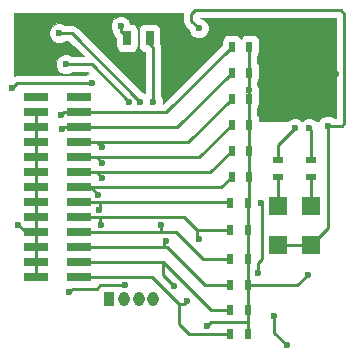
<source format=gbl>
G04 #@! TF.FileFunction,Copper,L2,Bot,Signal*
%FSLAX46Y46*%
G04 Gerber Fmt 4.6, Leading zero omitted, Abs format (unit mm)*
G04 Created by KiCad (PCBNEW 4.0.6) date 04/13/18 15:28:38*
%MOMM*%
%LPD*%
G01*
G04 APERTURE LIST*
%ADD10C,0.100000*%
%ADD11R,2.100000X0.750000*%
%ADD12R,0.500000X0.900000*%
%ADD13R,0.900000X0.500000*%
%ADD14R,1.500000X1.500000*%
%ADD15R,0.950000X1.250000*%
%ADD16O,0.950000X1.250000*%
%ADD17R,0.700000X1.300000*%
%ADD18C,0.600000*%
%ADD19C,0.250000*%
G04 APERTURE END LIST*
D10*
D11*
X168100000Y-124020000D03*
X164500000Y-124020000D03*
X168100000Y-122750000D03*
X164500000Y-122750000D03*
X168100000Y-121480000D03*
X164500000Y-121480000D03*
X168100000Y-120210000D03*
X164500000Y-120210000D03*
X168100000Y-118940000D03*
X164500000Y-118940000D03*
X168100000Y-117670000D03*
X164500000Y-117670000D03*
X168100000Y-116400000D03*
X164500000Y-116400000D03*
X168100000Y-115130000D03*
X164500000Y-115130000D03*
X168100000Y-113860000D03*
X164500000Y-113860000D03*
X168100000Y-112590000D03*
X164500000Y-112590000D03*
X168100000Y-111320000D03*
X164500000Y-111320000D03*
X168100000Y-110050000D03*
X164500000Y-110050000D03*
X168100000Y-108780000D03*
X164500000Y-108780000D03*
D12*
X182450000Y-128800000D03*
X180950000Y-128800000D03*
X182450000Y-126800000D03*
X180950000Y-126800000D03*
X182450000Y-124700000D03*
X180950000Y-124700000D03*
X182450000Y-122500000D03*
X180950000Y-122500000D03*
X182450000Y-120000000D03*
X180950000Y-120000000D03*
X182450000Y-117700000D03*
X180950000Y-117700000D03*
X182550000Y-115500000D03*
X181050000Y-115500000D03*
X182550000Y-113300000D03*
X181050000Y-113300000D03*
X182550000Y-111100000D03*
X181050000Y-111100000D03*
X182550000Y-108900000D03*
X181050000Y-108900000D03*
X182550000Y-106700000D03*
X181050000Y-106700000D03*
X182550000Y-104500000D03*
X181050000Y-104500000D03*
D13*
X187800000Y-114050000D03*
X187800000Y-115550000D03*
X185000000Y-114050000D03*
X185000000Y-115550000D03*
D14*
X187800000Y-121250000D03*
X187800000Y-117950000D03*
X185000000Y-121250000D03*
X185000000Y-117950000D03*
D15*
X170675000Y-125900000D03*
D16*
X171925000Y-125900000D03*
X173175000Y-125900000D03*
X174425000Y-125900000D03*
D17*
X172200000Y-103750000D03*
X174100000Y-103750000D03*
D18*
X178250000Y-102950000D03*
X189200000Y-111200000D03*
X182475000Y-108175000D03*
X178975000Y-128125000D03*
X187500000Y-123800000D03*
X185725000Y-129750000D03*
X184675000Y-127325000D03*
X171650000Y-102750000D03*
X169200000Y-107575000D03*
X162450000Y-107975000D03*
X177300000Y-126050000D03*
X176200000Y-124750000D03*
X175450000Y-120975000D03*
X175050000Y-119575000D03*
X178300000Y-120800000D03*
X169975000Y-119575000D03*
X169850000Y-118300000D03*
X169725000Y-117025000D03*
X170100000Y-115575000D03*
X170100000Y-114350000D03*
X170100000Y-113025000D03*
X166725000Y-111425000D03*
X166575000Y-110300000D03*
X163000000Y-119600000D03*
X167000000Y-106000000D03*
X172375000Y-109175000D03*
X166450000Y-103350000D03*
X173325000Y-109175000D03*
X183300000Y-123650000D03*
X183500000Y-117700000D03*
X174425000Y-109175000D03*
X172050000Y-124700000D03*
X167275000Y-125275000D03*
X186400000Y-111400000D03*
X187600000Y-111400000D03*
X189850000Y-106850000D03*
X183800000Y-106900000D03*
X183775000Y-103900000D03*
X185125000Y-106125000D03*
X184375000Y-106125000D03*
X184375000Y-107475000D03*
X189475000Y-107475000D03*
X189475000Y-106125000D03*
X188750000Y-106150000D03*
X187900000Y-107475000D03*
X188675000Y-107475000D03*
X185125000Y-107475000D03*
X186075000Y-107425000D03*
X186100000Y-106125000D03*
X187875000Y-106150000D03*
D19*
X189200000Y-111200000D02*
X190400000Y-111200000D01*
X177600000Y-102300000D02*
X178250000Y-102950000D01*
X177600000Y-101750000D02*
X177600000Y-102300000D01*
X177950000Y-101400000D02*
X177600000Y-101750000D01*
X190300000Y-101400000D02*
X177950000Y-101400000D01*
X190600000Y-101700000D02*
X190300000Y-101400000D01*
X190600000Y-111000000D02*
X190600000Y-101700000D01*
X190400000Y-111200000D02*
X190600000Y-111000000D01*
X189200000Y-111200000D02*
X189200000Y-119850000D01*
X189200000Y-119850000D02*
X187800000Y-121250000D01*
X185000000Y-121250000D02*
X187800000Y-121250000D01*
X182550000Y-108250000D02*
X182550000Y-108900000D01*
X182475000Y-108175000D02*
X182550000Y-108250000D01*
X182550000Y-106700000D02*
X182550000Y-104500000D01*
X182550000Y-108900000D02*
X182550000Y-106700000D01*
X179275000Y-127825000D02*
X182450000Y-127825000D01*
X178975000Y-128125000D02*
X179275000Y-127825000D01*
X182550000Y-108900000D02*
X182550000Y-108850000D01*
X182550000Y-108900000D02*
X182550000Y-111100000D01*
X182450000Y-120000000D02*
X182450000Y-117700000D01*
X182450000Y-117700000D02*
X182550000Y-117600000D01*
X182550000Y-117600000D02*
X182550000Y-115500000D01*
X186600000Y-124700000D02*
X187500000Y-123800000D01*
X182450000Y-124700000D02*
X186600000Y-124700000D01*
X182550000Y-111100000D02*
X182550000Y-113300000D01*
X182550000Y-113300000D02*
X182550000Y-115500000D01*
X182550000Y-115500000D02*
X182450000Y-115600000D01*
X182450000Y-120000000D02*
X182450000Y-122500000D01*
X182450000Y-122500000D02*
X182450000Y-124700000D01*
X182450000Y-124700000D02*
X182450000Y-126800000D01*
X182450000Y-126800000D02*
X182450000Y-127825000D01*
X182450000Y-127825000D02*
X182450000Y-128800000D01*
X185725000Y-129750000D02*
X184675000Y-128700000D01*
X184675000Y-128700000D02*
X184675000Y-127325000D01*
X171650000Y-102750000D02*
X171650000Y-103200000D01*
X171650000Y-103200000D02*
X172200000Y-103750000D01*
X162850000Y-107575000D02*
X169200000Y-107575000D01*
X162450000Y-107975000D02*
X162850000Y-107575000D01*
X177050000Y-126300000D02*
X176600000Y-126300000D01*
X177300000Y-126050000D02*
X177050000Y-126300000D01*
X168100000Y-124020000D02*
X174320000Y-124020000D01*
X177400000Y-128800000D02*
X180950000Y-128800000D01*
X176600000Y-128000000D02*
X177400000Y-128800000D01*
X176600000Y-126300000D02*
X176600000Y-128000000D01*
X174320000Y-124020000D02*
X176600000Y-126300000D01*
X175250000Y-123800000D02*
X175250000Y-122750000D01*
X176200000Y-124750000D02*
X175250000Y-123800000D01*
X168100000Y-122750000D02*
X175250000Y-122750000D01*
X179300000Y-126800000D02*
X180950000Y-126800000D01*
X175250000Y-122750000D02*
X179300000Y-126800000D01*
X175325000Y-121100000D02*
X175325000Y-121450000D01*
X175450000Y-120975000D02*
X175325000Y-121100000D01*
X168130000Y-121450000D02*
X174500000Y-121450000D01*
X174500000Y-121450000D02*
X175325000Y-121450000D01*
X175325000Y-121450000D02*
X175550000Y-121450000D01*
X175550000Y-121450000D02*
X178800000Y-124700000D01*
X178800000Y-124700000D02*
X180950000Y-124700000D01*
X168130000Y-121450000D02*
X168100000Y-121480000D01*
X175050000Y-119575000D02*
X175050000Y-120210000D01*
X175050000Y-120210000D02*
X175050000Y-120200000D01*
X175050000Y-120200000D02*
X175050000Y-120210000D01*
X168100000Y-120210000D02*
X175050000Y-120210000D01*
X175050000Y-120210000D02*
X176310000Y-120210000D01*
X176310000Y-120210000D02*
X178600000Y-122500000D01*
X178600000Y-122500000D02*
X180950000Y-122500000D01*
X178100000Y-120600000D02*
X178100000Y-120000000D01*
X178300000Y-120800000D02*
X178100000Y-120600000D01*
X169900000Y-119500000D02*
X169900000Y-118940000D01*
X169975000Y-119575000D02*
X169900000Y-119500000D01*
X168100000Y-118940000D02*
X169900000Y-118940000D01*
X169900000Y-118940000D02*
X177040000Y-118940000D01*
X177040000Y-118940000D02*
X178100000Y-120000000D01*
X178100000Y-120000000D02*
X180950000Y-120000000D01*
X169900000Y-118250000D02*
X169900000Y-117670000D01*
X169850000Y-118300000D02*
X169900000Y-118250000D01*
X168100000Y-117670000D02*
X169900000Y-117670000D01*
X169900000Y-117670000D02*
X180920000Y-117670000D01*
X180920000Y-117670000D02*
X180950000Y-117700000D01*
X169725000Y-117025000D02*
X169100000Y-116400000D01*
X169100000Y-116400000D02*
X168100000Y-116400000D01*
X168100000Y-116400000D02*
X180150000Y-116400000D01*
X180150000Y-116400000D02*
X181050000Y-115500000D01*
X169655000Y-115130000D02*
X168100000Y-115130000D01*
X170100000Y-115575000D02*
X169655000Y-115130000D01*
X168100000Y-115130000D02*
X179220000Y-115130000D01*
X179220000Y-115130000D02*
X181050000Y-113300000D01*
X169610000Y-113860000D02*
X168100000Y-113860000D01*
X170100000Y-114350000D02*
X169610000Y-113860000D01*
X168100000Y-113860000D02*
X178290000Y-113860000D01*
X178290000Y-113860000D02*
X181050000Y-111100000D01*
X169665000Y-112590000D02*
X168100000Y-112590000D01*
X170100000Y-113025000D02*
X169665000Y-112590000D01*
X168100000Y-112590000D02*
X177360000Y-112590000D01*
X177360000Y-112590000D02*
X181050000Y-108900000D01*
X166830000Y-111320000D02*
X168100000Y-111320000D01*
X166725000Y-111425000D02*
X166830000Y-111320000D01*
X168100000Y-111320000D02*
X176430000Y-111320000D01*
X176430000Y-111320000D02*
X181050000Y-106700000D01*
X166825000Y-110050000D02*
X168100000Y-110050000D01*
X166575000Y-110300000D02*
X166825000Y-110050000D01*
X168100000Y-110050000D02*
X175500000Y-110050000D01*
X175500000Y-110050000D02*
X181050000Y-104500000D01*
X164500000Y-121480000D02*
X164500000Y-120210000D01*
X164500000Y-120210000D02*
X164500000Y-118940000D01*
X164500000Y-118940000D02*
X164500000Y-117670000D01*
X164500000Y-117670000D02*
X164500000Y-116400000D01*
X164500000Y-116400000D02*
X164500000Y-115130000D01*
X164500000Y-115130000D02*
X164500000Y-113860000D01*
X164500000Y-113860000D02*
X164500000Y-112590000D01*
X164500000Y-112590000D02*
X164500000Y-111320000D01*
X164500000Y-111320000D02*
X164500000Y-110050000D01*
X164500000Y-122750000D02*
X164500000Y-121480000D01*
X164500000Y-124020000D02*
X164500000Y-122750000D01*
X163000000Y-119600000D02*
X163610000Y-120210000D01*
X163610000Y-120210000D02*
X164500000Y-120210000D01*
X169200000Y-106000000D02*
X167000000Y-106000000D01*
X172375000Y-109175000D02*
X169200000Y-106000000D01*
X167500000Y-103350000D02*
X166450000Y-103350000D01*
X173325000Y-109175000D02*
X167500000Y-103350000D01*
X183300000Y-122800000D02*
X183300000Y-123650000D01*
X183600000Y-122500000D02*
X183300000Y-122800000D01*
X183600000Y-117800000D02*
X183600000Y-122500000D01*
X183500000Y-117700000D02*
X183600000Y-117800000D01*
X174100000Y-103750000D02*
X174100000Y-104275000D01*
X174100000Y-104275000D02*
X174425000Y-104600000D01*
X174425000Y-104600000D02*
X174425000Y-109175000D01*
X174500000Y-109100000D02*
X174425000Y-109175000D01*
X169900000Y-124700000D02*
X172050000Y-124700000D01*
X169625000Y-124975000D02*
X169900000Y-124700000D01*
X167575000Y-124975000D02*
X169625000Y-124975000D01*
X167275000Y-125275000D02*
X167575000Y-124975000D01*
X185000000Y-112800000D02*
X185000000Y-114050000D01*
X186400000Y-111400000D02*
X185000000Y-112800000D01*
X187800000Y-111600000D02*
X187800000Y-114050000D01*
X187600000Y-111400000D02*
X187800000Y-111600000D01*
X187800000Y-115550000D02*
X187800000Y-117950000D01*
X185000000Y-115550000D02*
X185000000Y-117950000D01*
X184375000Y-106125000D02*
X183950000Y-106125000D01*
X183850000Y-106850000D02*
X189850000Y-106850000D01*
X183800000Y-106900000D02*
X183850000Y-106850000D01*
X183775000Y-105950000D02*
X183775000Y-103900000D01*
X183950000Y-106125000D02*
X183775000Y-105950000D01*
X185125000Y-106125000D02*
X184375000Y-106125000D01*
X184375000Y-106125000D02*
X184375000Y-107475000D01*
X189475000Y-107475000D02*
X189475000Y-106125000D01*
X187875000Y-106150000D02*
X188750000Y-106150000D01*
X187900000Y-107475000D02*
X188675000Y-107475000D01*
X186075000Y-107425000D02*
X187850000Y-107425000D01*
X187850000Y-107425000D02*
X187900000Y-107475000D01*
X185175000Y-107425000D02*
X186075000Y-107425000D01*
X185125000Y-107475000D02*
X185175000Y-107425000D01*
X186125000Y-106150000D02*
X187875000Y-106150000D01*
X186125000Y-106150000D02*
X186100000Y-106125000D01*
D10*
G36*
X176925000Y-101750000D02*
X176925000Y-102300000D01*
X176976381Y-102558312D01*
X177122703Y-102777297D01*
X177399909Y-103054503D01*
X177399853Y-103118334D01*
X177528985Y-103430857D01*
X177767885Y-103670174D01*
X178080183Y-103799852D01*
X178418334Y-103800147D01*
X178730857Y-103671015D01*
X178970174Y-103432115D01*
X179099852Y-103119817D01*
X179100147Y-102781666D01*
X178971015Y-102469143D01*
X178732115Y-102229826D01*
X178419817Y-102100148D01*
X178354685Y-102100091D01*
X178329594Y-102075000D01*
X189925000Y-102075000D01*
X189925000Y-110525000D01*
X189727210Y-110525000D01*
X189682115Y-110479826D01*
X189369817Y-110350148D01*
X189031666Y-110349853D01*
X188719143Y-110478985D01*
X188479826Y-110717885D01*
X188466491Y-110750000D01*
X188152167Y-110750000D01*
X188082115Y-110679826D01*
X187769817Y-110550148D01*
X187431666Y-110549853D01*
X187119143Y-110678985D01*
X187048004Y-110750000D01*
X186952167Y-110750000D01*
X186882115Y-110679826D01*
X186569817Y-110550148D01*
X186231666Y-110549853D01*
X185919143Y-110678985D01*
X185848004Y-110750000D01*
X183360775Y-110750000D01*
X183360775Y-110650000D01*
X183322424Y-110446182D01*
X183225000Y-110294781D01*
X183225000Y-109702225D01*
X183316594Y-109568173D01*
X183360775Y-109350000D01*
X183360775Y-108450000D01*
X183324926Y-108259481D01*
X183325147Y-108006666D01*
X183225000Y-107764292D01*
X183225000Y-107502225D01*
X183316594Y-107368173D01*
X183360775Y-107150000D01*
X183360775Y-106250000D01*
X183322424Y-106046182D01*
X183225000Y-105894781D01*
X183225000Y-105302225D01*
X183316594Y-105168173D01*
X183360775Y-104950000D01*
X183360775Y-104050000D01*
X183322424Y-103846182D01*
X183201968Y-103658988D01*
X183018173Y-103533406D01*
X182800000Y-103489225D01*
X182300000Y-103489225D01*
X182096182Y-103527576D01*
X181908988Y-103648032D01*
X181798743Y-103809381D01*
X181701968Y-103658988D01*
X181518173Y-103533406D01*
X181300000Y-103489225D01*
X180800000Y-103489225D01*
X180596182Y-103527576D01*
X180408988Y-103648032D01*
X180283406Y-103831827D01*
X180239225Y-104050000D01*
X180239225Y-104356181D01*
X175274873Y-109320533D01*
X175275147Y-109006666D01*
X175146015Y-108694143D01*
X175100000Y-108648048D01*
X175100000Y-104600000D01*
X175048619Y-104341689D01*
X175010775Y-104285052D01*
X175010775Y-103100000D01*
X174972424Y-102896182D01*
X174851968Y-102708988D01*
X174668173Y-102583406D01*
X174450000Y-102539225D01*
X173750000Y-102539225D01*
X173546182Y-102577576D01*
X173358988Y-102698032D01*
X173233406Y-102881827D01*
X173189225Y-103100000D01*
X173189225Y-104400000D01*
X173227576Y-104603818D01*
X173348032Y-104791012D01*
X173531827Y-104916594D01*
X173750000Y-104960775D01*
X173750000Y-108431110D01*
X173494817Y-108325148D01*
X173429685Y-108325091D01*
X168022928Y-102918334D01*
X170799853Y-102918334D01*
X170928985Y-103230857D01*
X170994116Y-103296101D01*
X171026381Y-103458312D01*
X171172703Y-103677297D01*
X171289225Y-103793819D01*
X171289225Y-104400000D01*
X171327576Y-104603818D01*
X171448032Y-104791012D01*
X171631827Y-104916594D01*
X171850000Y-104960775D01*
X172550000Y-104960775D01*
X172753818Y-104922424D01*
X172941012Y-104801968D01*
X173066594Y-104618173D01*
X173110775Y-104400000D01*
X173110775Y-103100000D01*
X173072424Y-102896182D01*
X172951968Y-102708988D01*
X172768173Y-102583406D01*
X172550000Y-102539225D01*
X172482611Y-102539225D01*
X172371015Y-102269143D01*
X172132115Y-102029826D01*
X171819817Y-101900148D01*
X171481666Y-101899853D01*
X171169143Y-102028985D01*
X170929826Y-102267885D01*
X170800148Y-102580183D01*
X170799853Y-102918334D01*
X168022928Y-102918334D01*
X167977297Y-102872703D01*
X167758312Y-102726381D01*
X167500000Y-102675000D01*
X166977210Y-102675000D01*
X166932115Y-102629826D01*
X166619817Y-102500148D01*
X166281666Y-102499853D01*
X165969143Y-102628985D01*
X165729826Y-102867885D01*
X165600148Y-103180183D01*
X165599853Y-103518334D01*
X165728985Y-103830857D01*
X165967885Y-104070174D01*
X166280183Y-104199852D01*
X166618334Y-104200147D01*
X166930857Y-104071015D01*
X166976952Y-104025000D01*
X167220406Y-104025000D01*
X168520406Y-105325000D01*
X167527210Y-105325000D01*
X167482115Y-105279826D01*
X167169817Y-105150148D01*
X166831666Y-105149853D01*
X166519143Y-105278985D01*
X166279826Y-105517885D01*
X166150148Y-105830183D01*
X166149853Y-106168334D01*
X166278985Y-106480857D01*
X166517885Y-106720174D01*
X166830183Y-106849852D01*
X167168334Y-106850147D01*
X167480857Y-106721015D01*
X167526952Y-106675000D01*
X168920406Y-106675000D01*
X168988213Y-106742807D01*
X168719143Y-106853985D01*
X168673048Y-106900000D01*
X162850000Y-106900000D01*
X162625000Y-106944755D01*
X162625000Y-101625000D01*
X176949864Y-101625000D01*
X176925000Y-101750000D01*
X176925000Y-101750000D01*
G37*
X176925000Y-101750000D02*
X176925000Y-102300000D01*
X176976381Y-102558312D01*
X177122703Y-102777297D01*
X177399909Y-103054503D01*
X177399853Y-103118334D01*
X177528985Y-103430857D01*
X177767885Y-103670174D01*
X178080183Y-103799852D01*
X178418334Y-103800147D01*
X178730857Y-103671015D01*
X178970174Y-103432115D01*
X179099852Y-103119817D01*
X179100147Y-102781666D01*
X178971015Y-102469143D01*
X178732115Y-102229826D01*
X178419817Y-102100148D01*
X178354685Y-102100091D01*
X178329594Y-102075000D01*
X189925000Y-102075000D01*
X189925000Y-110525000D01*
X189727210Y-110525000D01*
X189682115Y-110479826D01*
X189369817Y-110350148D01*
X189031666Y-110349853D01*
X188719143Y-110478985D01*
X188479826Y-110717885D01*
X188466491Y-110750000D01*
X188152167Y-110750000D01*
X188082115Y-110679826D01*
X187769817Y-110550148D01*
X187431666Y-110549853D01*
X187119143Y-110678985D01*
X187048004Y-110750000D01*
X186952167Y-110750000D01*
X186882115Y-110679826D01*
X186569817Y-110550148D01*
X186231666Y-110549853D01*
X185919143Y-110678985D01*
X185848004Y-110750000D01*
X183360775Y-110750000D01*
X183360775Y-110650000D01*
X183322424Y-110446182D01*
X183225000Y-110294781D01*
X183225000Y-109702225D01*
X183316594Y-109568173D01*
X183360775Y-109350000D01*
X183360775Y-108450000D01*
X183324926Y-108259481D01*
X183325147Y-108006666D01*
X183225000Y-107764292D01*
X183225000Y-107502225D01*
X183316594Y-107368173D01*
X183360775Y-107150000D01*
X183360775Y-106250000D01*
X183322424Y-106046182D01*
X183225000Y-105894781D01*
X183225000Y-105302225D01*
X183316594Y-105168173D01*
X183360775Y-104950000D01*
X183360775Y-104050000D01*
X183322424Y-103846182D01*
X183201968Y-103658988D01*
X183018173Y-103533406D01*
X182800000Y-103489225D01*
X182300000Y-103489225D01*
X182096182Y-103527576D01*
X181908988Y-103648032D01*
X181798743Y-103809381D01*
X181701968Y-103658988D01*
X181518173Y-103533406D01*
X181300000Y-103489225D01*
X180800000Y-103489225D01*
X180596182Y-103527576D01*
X180408988Y-103648032D01*
X180283406Y-103831827D01*
X180239225Y-104050000D01*
X180239225Y-104356181D01*
X175274873Y-109320533D01*
X175275147Y-109006666D01*
X175146015Y-108694143D01*
X175100000Y-108648048D01*
X175100000Y-104600000D01*
X175048619Y-104341689D01*
X175010775Y-104285052D01*
X175010775Y-103100000D01*
X174972424Y-102896182D01*
X174851968Y-102708988D01*
X174668173Y-102583406D01*
X174450000Y-102539225D01*
X173750000Y-102539225D01*
X173546182Y-102577576D01*
X173358988Y-102698032D01*
X173233406Y-102881827D01*
X173189225Y-103100000D01*
X173189225Y-104400000D01*
X173227576Y-104603818D01*
X173348032Y-104791012D01*
X173531827Y-104916594D01*
X173750000Y-104960775D01*
X173750000Y-108431110D01*
X173494817Y-108325148D01*
X173429685Y-108325091D01*
X168022928Y-102918334D01*
X170799853Y-102918334D01*
X170928985Y-103230857D01*
X170994116Y-103296101D01*
X171026381Y-103458312D01*
X171172703Y-103677297D01*
X171289225Y-103793819D01*
X171289225Y-104400000D01*
X171327576Y-104603818D01*
X171448032Y-104791012D01*
X171631827Y-104916594D01*
X171850000Y-104960775D01*
X172550000Y-104960775D01*
X172753818Y-104922424D01*
X172941012Y-104801968D01*
X173066594Y-104618173D01*
X173110775Y-104400000D01*
X173110775Y-103100000D01*
X173072424Y-102896182D01*
X172951968Y-102708988D01*
X172768173Y-102583406D01*
X172550000Y-102539225D01*
X172482611Y-102539225D01*
X172371015Y-102269143D01*
X172132115Y-102029826D01*
X171819817Y-101900148D01*
X171481666Y-101899853D01*
X171169143Y-102028985D01*
X170929826Y-102267885D01*
X170800148Y-102580183D01*
X170799853Y-102918334D01*
X168022928Y-102918334D01*
X167977297Y-102872703D01*
X167758312Y-102726381D01*
X167500000Y-102675000D01*
X166977210Y-102675000D01*
X166932115Y-102629826D01*
X166619817Y-102500148D01*
X166281666Y-102499853D01*
X165969143Y-102628985D01*
X165729826Y-102867885D01*
X165600148Y-103180183D01*
X165599853Y-103518334D01*
X165728985Y-103830857D01*
X165967885Y-104070174D01*
X166280183Y-104199852D01*
X166618334Y-104200147D01*
X166930857Y-104071015D01*
X166976952Y-104025000D01*
X167220406Y-104025000D01*
X168520406Y-105325000D01*
X167527210Y-105325000D01*
X167482115Y-105279826D01*
X167169817Y-105150148D01*
X166831666Y-105149853D01*
X166519143Y-105278985D01*
X166279826Y-105517885D01*
X166150148Y-105830183D01*
X166149853Y-106168334D01*
X166278985Y-106480857D01*
X166517885Y-106720174D01*
X166830183Y-106849852D01*
X167168334Y-106850147D01*
X167480857Y-106721015D01*
X167526952Y-106675000D01*
X168920406Y-106675000D01*
X168988213Y-106742807D01*
X168719143Y-106853985D01*
X168673048Y-106900000D01*
X162850000Y-106900000D01*
X162625000Y-106944755D01*
X162625000Y-101625000D01*
X176949864Y-101625000D01*
X176925000Y-101750000D01*
M02*

</source>
